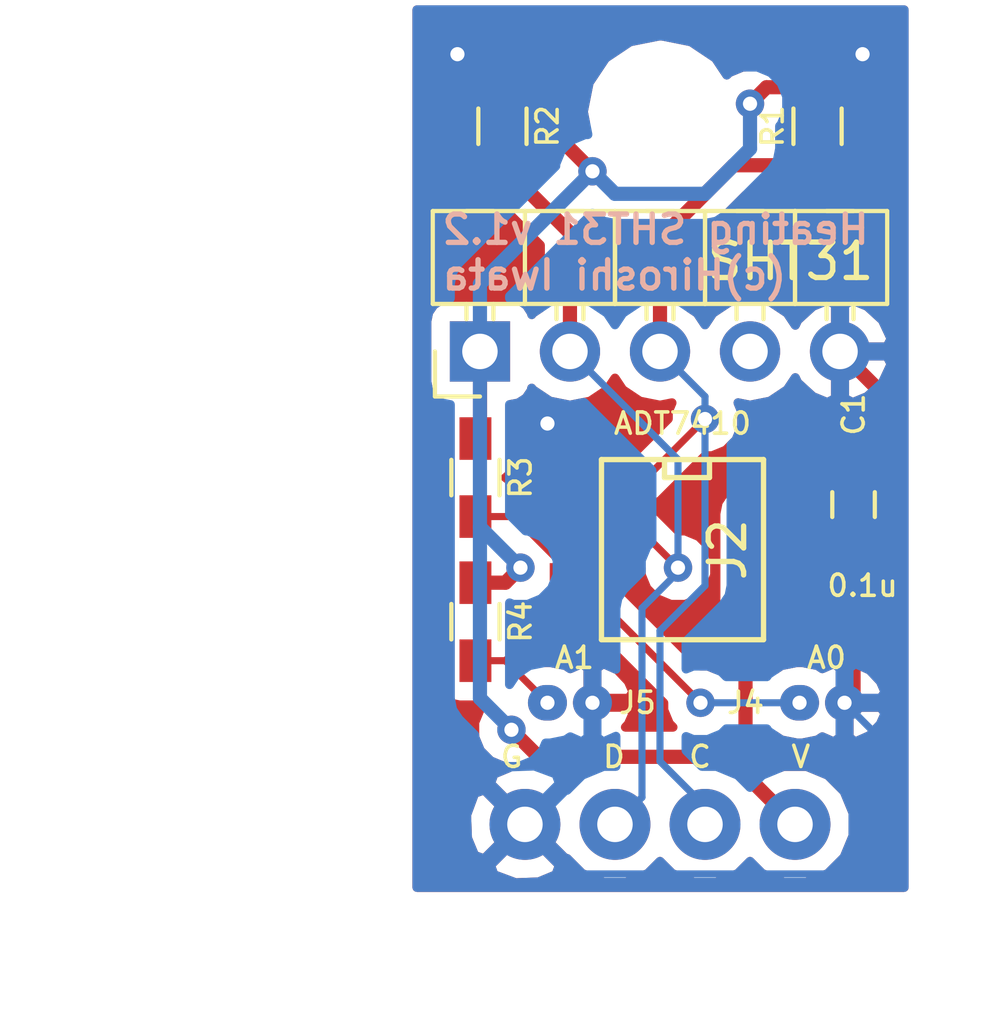
<source format=kicad_pcb>
(kicad_pcb (version 4) (host pcbnew 4.0.6)

  (general
    (links 22)
    (no_connects 0)
    (area 124.279 97 141.95 122.120001)
    (thickness 1.6)
    (drawings 4)
    (tracks 90)
    (zones 0)
    (modules 11)
    (nets 10)
  )

  (page A4)
  (layers
    (0 F.Cu signal)
    (31 B.Cu signal)
    (32 B.Adhes user)
    (33 F.Adhes user)
    (34 B.Paste user)
    (35 F.Paste user)
    (36 B.SilkS user)
    (37 F.SilkS user)
    (38 B.Mask user)
    (39 F.Mask user)
    (40 Dwgs.User user)
    (41 Cmts.User user)
    (42 Eco1.User user)
    (43 Eco2.User user)
    (44 Edge.Cuts user)
    (45 Margin user)
    (46 B.CrtYd user)
    (47 F.CrtYd user)
    (48 B.Fab user)
    (49 F.Fab user)
  )

  (setup
    (last_trace_width 0.4)
    (user_trace_width 0.2)
    (user_trace_width 0.6)
    (user_trace_width 0.8)
    (trace_clearance 0.2)
    (zone_clearance 0.508)
    (zone_45_only no)
    (trace_min 0.2)
    (segment_width 0.2)
    (edge_width 0.15)
    (via_size 0.8)
    (via_drill 0.4)
    (via_min_size 0.5)
    (via_min_drill 0.4)
    (user_via 1 0.6)
    (uvia_size 0.3)
    (uvia_drill 0.1)
    (uvias_allowed no)
    (uvia_min_size 0.2)
    (uvia_min_drill 0.1)
    (pcb_text_width 0.3)
    (pcb_text_size 1.5 1.5)
    (mod_edge_width 0.15)
    (mod_text_size 1 1)
    (mod_text_width 0.15)
    (pad_size 1 1.1)
    (pad_drill 0.4)
    (pad_to_mask_clearance 0.2)
    (aux_axis_origin 0 0)
    (grid_origin 125 122)
    (visible_elements 7FFFFFFF)
    (pcbplotparams
      (layerselection 0x010f0_80000001)
      (usegerberextensions false)
      (excludeedgelayer true)
      (linewidth 0.100000)
      (plotframeref false)
      (viasonmask false)
      (mode 1)
      (useauxorigin false)
      (hpglpennumber 1)
      (hpglpenspeed 20)
      (hpglpendiameter 15)
      (hpglpenoverlay 2)
      (psnegative false)
      (psa4output false)
      (plotreference true)
      (plotvalue true)
      (plotinvisibletext false)
      (padsonsilk false)
      (subtractmaskfromsilk false)
      (outputformat 1)
      (mirror false)
      (drillshape 0)
      (scaleselection 1)
      (outputdirectory heat-pcb/))
  )

  (net 0 "")
  (net 1 GND)
  (net 2 /SCL)
  (net 3 /SDA)
  (net 4 /A0)
  (net 5 /A1)
  (net 6 "Net-(J2-Pad5)")
  (net 7 "Net-(J2-Pad6)")
  (net 8 /ADR)
  (net 9 /VDD)

  (net_class Default "これは標準のネット クラスです。"
    (clearance 0.2)
    (trace_width 0.4)
    (via_dia 0.8)
    (via_drill 0.4)
    (uvia_dia 0.3)
    (uvia_drill 0.1)
    (add_net /A0)
    (add_net /A1)
    (add_net /ADR)
    (add_net /SCL)
    (add_net /SDA)
    (add_net /VDD)
    (add_net GND)
    (add_net "Net-(J2-Pad5)")
    (add_net "Net-(J2-Pad6)")
  )

  (module Pin_Headers:Pin_Header_Angled_1x05_Pitch2.54mm (layer F.Cu) (tedit 5A069EA1) (tstamp 5A058108)
    (at 126.905 106.76 90)
    (descr "Through hole angled pin header, 1x05, 2.54mm pitch, 6mm pin length, single row")
    (tags "Through hole angled pin header THT 1x05 2.54mm single row")
    (path /59F95AE2)
    (fp_text reference J3 (at 2.54 2.54 90) (layer Eco1.User)
      (effects (font (size 1 1) (thickness 0.15)))
    )
    (fp_text value SHT31 (at 2.54 8.763 180) (layer F.SilkS)
      (effects (font (size 1 1) (thickness 0.15)))
    )
    (fp_line (start 1.4 -1.27) (end 1.4 1.27) (layer F.Fab) (width 0.1))
    (fp_line (start 1.4 1.27) (end 3.9 1.27) (layer F.Fab) (width 0.1))
    (fp_line (start 3.9 1.27) (end 3.9 -1.27) (layer F.Fab) (width 0.1))
    (fp_line (start 3.9 -1.27) (end 1.4 -1.27) (layer F.Fab) (width 0.1))
    (fp_line (start 0 -0.32) (end 0 0.32) (layer F.Fab) (width 0.1))
    (fp_line (start 1.4 1.27) (end 1.4 3.81) (layer F.Fab) (width 0.1))
    (fp_line (start 1.4 3.81) (end 3.9 3.81) (layer F.Fab) (width 0.1))
    (fp_line (start 3.9 3.81) (end 3.9 1.27) (layer F.Fab) (width 0.1))
    (fp_line (start 3.9 1.27) (end 1.4 1.27) (layer F.Fab) (width 0.1))
    (fp_line (start 0 2.22) (end 0 2.86) (layer F.Fab) (width 0.1))
    (fp_line (start 1.4 3.81) (end 1.4 6.35) (layer F.Fab) (width 0.1))
    (fp_line (start 1.4 6.35) (end 3.9 6.35) (layer F.Fab) (width 0.1))
    (fp_line (start 3.9 6.35) (end 3.9 3.81) (layer F.Fab) (width 0.1))
    (fp_line (start 3.9 3.81) (end 1.4 3.81) (layer F.Fab) (width 0.1))
    (fp_line (start 0 4.76) (end 0 5.4) (layer F.Fab) (width 0.1))
    (fp_line (start 1.4 6.35) (end 1.4 8.89) (layer F.Fab) (width 0.1))
    (fp_line (start 1.4 8.89) (end 3.9 8.89) (layer F.Fab) (width 0.1))
    (fp_line (start 3.9 8.89) (end 3.9 6.35) (layer F.Fab) (width 0.1))
    (fp_line (start 3.9 6.35) (end 1.4 6.35) (layer F.Fab) (width 0.1))
    (fp_line (start 0 7.3) (end 0 7.94) (layer F.Fab) (width 0.1))
    (fp_line (start 1.4 8.89) (end 1.4 11.43) (layer F.Fab) (width 0.1))
    (fp_line (start 1.4 11.43) (end 3.9 11.43) (layer F.Fab) (width 0.1))
    (fp_line (start 3.9 11.43) (end 3.9 8.89) (layer F.Fab) (width 0.1))
    (fp_line (start 3.9 8.89) (end 1.4 8.89) (layer F.Fab) (width 0.1))
    (fp_line (start 0 9.84) (end 0 10.48) (layer F.Fab) (width 0.1))
    (fp_line (start 1.34 -1.33) (end 1.34 1.27) (layer F.SilkS) (width 0.12))
    (fp_line (start 1.34 1.27) (end 3.96 1.27) (layer F.SilkS) (width 0.12))
    (fp_line (start 3.96 1.27) (end 3.96 -1.33) (layer F.SilkS) (width 0.12))
    (fp_line (start 3.96 -1.33) (end 1.34 -1.33) (layer F.SilkS) (width 0.12))
    (fp_line (start 3.96 -0.38) (end 3.96 0.38) (layer F.SilkS) (width 0.12))
    (fp_line (start 0.91 -0.38) (end 1.34 -0.38) (layer F.SilkS) (width 0.12))
    (fp_line (start 0.91 0.38) (end 1.34 0.38) (layer F.SilkS) (width 0.12))
    (fp_line (start 1.34 1.27) (end 1.34 3.81) (layer F.SilkS) (width 0.12))
    (fp_line (start 1.34 3.81) (end 3.96 3.81) (layer F.SilkS) (width 0.12))
    (fp_line (start 3.96 3.81) (end 3.96 1.27) (layer F.SilkS) (width 0.12))
    (fp_line (start 3.96 1.27) (end 1.34 1.27) (layer F.SilkS) (width 0.12))
    (fp_line (start 3.96 2.16) (end 3.96 2.92) (layer F.SilkS) (width 0.12))
    (fp_line (start 0.91 2.16) (end 1.34 2.16) (layer F.SilkS) (width 0.12))
    (fp_line (start 0.91 2.92) (end 1.34 2.92) (layer F.SilkS) (width 0.12))
    (fp_line (start 1.34 3.81) (end 1.34 6.35) (layer F.SilkS) (width 0.12))
    (fp_line (start 1.34 6.35) (end 3.96 6.35) (layer F.SilkS) (width 0.12))
    (fp_line (start 3.96 6.35) (end 3.96 3.81) (layer F.SilkS) (width 0.12))
    (fp_line (start 3.96 3.81) (end 1.34 3.81) (layer F.SilkS) (width 0.12))
    (fp_line (start 3.96 4.7) (end 3.96 5.46) (layer F.SilkS) (width 0.12))
    (fp_line (start 0.91 4.7) (end 1.34 4.7) (layer F.SilkS) (width 0.12))
    (fp_line (start 0.91 5.46) (end 1.34 5.46) (layer F.SilkS) (width 0.12))
    (fp_line (start 1.34 6.35) (end 1.34 8.89) (layer F.SilkS) (width 0.12))
    (fp_line (start 1.34 8.89) (end 3.96 8.89) (layer F.SilkS) (width 0.12))
    (fp_line (start 3.96 8.89) (end 3.96 6.35) (layer F.SilkS) (width 0.12))
    (fp_line (start 3.96 6.35) (end 1.34 6.35) (layer F.SilkS) (width 0.12))
    (fp_line (start 3.96 7.24) (end 3.96 8) (layer F.SilkS) (width 0.12))
    (fp_line (start 0.91 7.24) (end 1.34 7.24) (layer F.SilkS) (width 0.12))
    (fp_line (start 0.91 8) (end 1.34 8) (layer F.SilkS) (width 0.12))
    (fp_line (start 1.34 8.89) (end 1.34 11.49) (layer F.SilkS) (width 0.12))
    (fp_line (start 1.34 11.49) (end 3.96 11.49) (layer F.SilkS) (width 0.12))
    (fp_line (start 3.96 11.49) (end 3.96 8.89) (layer F.SilkS) (width 0.12))
    (fp_line (start 3.96 8.89) (end 1.34 8.89) (layer F.SilkS) (width 0.12))
    (fp_line (start 3.96 9.78) (end 3.96 10.54) (layer F.SilkS) (width 0.12))
    (fp_line (start 0.91 9.78) (end 1.34 9.78) (layer F.SilkS) (width 0.12))
    (fp_line (start 0.91 10.54) (end 1.34 10.54) (layer F.SilkS) (width 0.12))
    (fp_line (start -1.27 0) (end -1.27 -1.27) (layer F.SilkS) (width 0.12))
    (fp_line (start -1.27 -1.27) (end 0 -1.27) (layer F.SilkS) (width 0.12))
    (fp_text user %R (at 2.54 0 90) (layer F.Fab)
      (effects (font (size 1 1) (thickness 0.15)))
    )
    (pad 1 thru_hole rect (at 0 0 90) (size 1.7 1.7) (drill 1) (layers *.Cu *.Mask)
      (net 9 /VDD))
    (pad 2 thru_hole oval (at 0 2.54 90) (size 1.7 1.7) (drill 1) (layers *.Cu *.Mask)
      (net 3 /SDA))
    (pad 3 thru_hole oval (at 0 5.08 90) (size 1.7 1.7) (drill 1) (layers *.Cu *.Mask)
      (net 2 /SCL))
    (pad 4 thru_hole oval (at 0 7.62 90) (size 1.7 1.7) (drill 1) (layers *.Cu *.Mask)
      (net 8 /ADR))
    (pad 5 thru_hole oval (at 0 10.16 90) (size 1.7 1.7) (drill 1) (layers *.Cu *.Mask)
      (net 1 GND))
    (model ${KISYS3DMOD}/Pin_Headers.3dshapes/Pin_Header_Angled_1x05_Pitch2.54mm.wrl
      (at (xyz 0 -0.2 0))
      (scale (xyz 1 1 1))
      (rotate (xyz 0 0 90))
    )
  )

  (module Pin_Headers:Pin_Header_Straight_1x02_Pitch1.27mm (layer F.Cu) (tedit 5A069F30) (tstamp 59FBFD07)
    (at 137.192 116.666 270)
    (descr "Through hole straight pin header, 1x02, 1.27mm pitch, single row")
    (tags "Through hole pin header THT 1x02 1.27mm single row")
    (path /59FBFDEB)
    (fp_text reference J4 (at 0 2.794 360) (layer F.SilkS)
      (effects (font (size 0.6 0.6) (thickness 0.1)))
    )
    (fp_text value A0 (at -1.27 0.508 360) (layer F.SilkS)
      (effects (font (size 0.6 0.6) (thickness 0.1)))
    )
    (fp_line (start -0.762 -0.762) (end -0.762 2.032) (layer F.CrtYd) (width 0.15))
    (fp_line (start -0.762 2.032) (end 0.762 2.032) (layer F.CrtYd) (width 0.15))
    (fp_line (start 0.762 2.032) (end 0.762 -0.762) (layer F.CrtYd) (width 0.15))
    (fp_line (start 0.762 -0.762) (end -0.762 -0.762) (layer F.CrtYd) (width 0.15))
    (fp_text user %R (at 0 2.794 360) (layer F.Fab)
      (effects (font (size 0.6 0.6) (thickness 0.1)))
    )
    (pad 1 thru_hole oval (at 0 0 270) (size 1 1.1) (drill 0.4) (layers *.Cu *.Mask)
      (net 1 GND))
    (pad 2 thru_hole oval (at 0 1.27 270) (size 1 1.1) (drill 0.4) (layers *.Cu *.Mask)
      (net 4 /A0))
    (model ${KISYS3DMOD}/Pin_Headers.3dshapes/Pin_Header_Straight_1x02_Pitch1.27mm.wrl
      (at (xyz 0 0 0))
      (scale (xyz 1 1 1))
      (rotate (xyz 0 0 0))
    )
  )

  (module Pin_Headers:Pin_Header_Straight_1x02_Pitch1.27mm (layer F.Cu) (tedit 5A069F28) (tstamp 59FBFD0D)
    (at 130.08 116.666 270)
    (descr "Through hole straight pin header, 1x02, 1.27mm pitch, single row")
    (tags "Through hole pin header THT 1x02 1.27mm single row")
    (path /59FBFC19)
    (fp_text reference J5 (at 0 -1.27 360) (layer F.SilkS)
      (effects (font (size 0.6 0.6) (thickness 0.1)))
    )
    (fp_text value A1 (at -1.27 0.508 360) (layer F.SilkS)
      (effects (font (size 0.6 0.6) (thickness 0.1)))
    )
    (fp_line (start -0.635 -0.762) (end 0.635 -0.762) (layer F.CrtYd) (width 0.15))
    (fp_line (start 0.635 -0.762) (end 0.635 1.905) (layer F.CrtYd) (width 0.15))
    (fp_line (start 0.635 1.905) (end 0.635 2.032) (layer F.CrtYd) (width 0.15))
    (fp_line (start 0.635 2.032) (end -0.635 2.032) (layer F.CrtYd) (width 0.15))
    (fp_line (start -0.635 2.032) (end -0.635 1.905) (layer F.CrtYd) (width 0.15))
    (fp_line (start -0.635 1.905) (end -0.635 -0.762) (layer F.CrtYd) (width 0.15))
    (fp_text user %R (at 0 -1.27 360) (layer F.Fab)
      (effects (font (size 0.6 0.6) (thickness 0.1)))
    )
    (pad 1 thru_hole oval (at 0 0 270) (size 1 1.1) (drill 0.4) (layers *.Cu *.Mask)
      (net 1 GND))
    (pad 2 thru_hole oval (at 0 1.27 270) (size 1 1.1) (drill 0.4) (layers *.Cu *.Mask)
      (net 5 /A1))
    (model ${KISYS3DMOD}/Pin_Headers.3dshapes/Pin_Header_Straight_1x02_Pitch1.27mm.wrl
      (at (xyz 0 0 0))
      (scale (xyz 1 1 1))
      (rotate (xyz 0 0 0))
    )
  )

  (module Pin_Headers:Pin_Header_Straight_1x04_Pitch2.54mm (layer F.Cu) (tedit 5A058D6F) (tstamp 59FC19C5)
    (at 135.795 120.095 270)
    (descr "Through hole straight pin header, 1x04, 2.54mm pitch, single row")
    (tags "Through hole pin header THT 1x04 2.54mm single row")
    (path /59F95F2B)
    (fp_text reference J1 (at 0 -2.33 270) (layer Eco1.User)
      (effects (font (size 1 1) (thickness 0.15)))
    )
    (fp_text value "" (at 0 -5.08 270) (layer F.SilkS)
      (effects (font (size 1 1) (thickness 0.15)))
    )
    (fp_line (start -1.27 -1.27) (end -1.27 8.89) (layer F.Fab) (width 0.1))
    (fp_line (start -1.27 8.89) (end 1.27 8.89) (layer F.Fab) (width 0.1))
    (fp_line (start 1.27 8.89) (end 1.27 -1.27) (layer F.Fab) (width 0.1))
    (fp_line (start 1.27 -1.27) (end -1.27 -1.27) (layer F.Fab) (width 0.1))
    (fp_line (start -1.8 -1.8) (end -1.8 9.4) (layer F.CrtYd) (width 0.05))
    (fp_line (start -1.8 9.4) (end 1.8 9.4) (layer F.CrtYd) (width 0.05))
    (fp_line (start 1.8 9.4) (end 1.8 -1.8) (layer F.CrtYd) (width 0.05))
    (fp_line (start 1.8 -1.8) (end -1.8 -1.8) (layer F.CrtYd) (width 0.05))
    (fp_text user %R (at 0 -2.33 270) (layer F.Fab)
      (effects (font (size 1 1) (thickness 0.15)))
    )
    (pad 1 thru_hole circle (at 0 0 270) (size 2 2) (drill 1) (layers *.Cu *.Mask)
      (net 9 /VDD))
    (pad 2 thru_hole circle (at 0 2.54 270) (size 2 2) (drill 1) (layers *.Cu *.Mask)
      (net 2 /SCL))
    (pad 3 thru_hole circle (at 0 5.08 270) (size 2 2) (drill 1) (layers *.Cu *.Mask)
      (net 3 /SDA))
    (pad 4 thru_hole circle (at 0 7.62 270) (size 2 2) (drill 1) (layers *.Cu *.Mask)
      (net 1 GND))
    (model ${KISYS3DMOD}/Pin_Headers.3dshapes/Pin_Header_Straight_1x04_Pitch2.54mm.wrl
      (at (xyz 0 -0.15 0))
      (scale (xyz 1 1 1))
      (rotate (xyz 0 0 90))
    )
  )

  (module Capacitors_SMD:C_0603_HandSoldering (layer F.Cu) (tedit 5A069F11) (tstamp 59FD7B4C)
    (at 137.446 111.078 270)
    (descr "Capacitor SMD 0603, hand soldering")
    (tags "capacitor 0603")
    (path /59FAC2E0)
    (attr smd)
    (fp_text reference C1 (at -2.54 0 270) (layer F.SilkS)
      (effects (font (size 0.6 0.6) (thickness 0.1)))
    )
    (fp_text value 0.1u (at 2.286 -0.254 360) (layer F.SilkS)
      (effects (font (size 0.6 0.6) (thickness 0.1)))
    )
    (fp_text user %R (at -2.54 0 270) (layer F.Fab)
      (effects (font (size 0.6 0.6) (thickness 0.1)))
    )
    (fp_line (start -0.8 0.4) (end -0.8 -0.4) (layer F.Fab) (width 0.1))
    (fp_line (start 0.8 0.4) (end -0.8 0.4) (layer F.Fab) (width 0.1))
    (fp_line (start 0.8 -0.4) (end 0.8 0.4) (layer F.Fab) (width 0.1))
    (fp_line (start -0.8 -0.4) (end 0.8 -0.4) (layer F.Fab) (width 0.1))
    (fp_line (start -0.35 -0.6) (end 0.35 -0.6) (layer F.SilkS) (width 0.12))
    (fp_line (start 0.35 0.6) (end -0.35 0.6) (layer F.SilkS) (width 0.12))
    (fp_line (start -1.8 -0.65) (end 1.8 -0.65) (layer F.CrtYd) (width 0.05))
    (fp_line (start -1.8 -0.65) (end -1.8 0.65) (layer F.CrtYd) (width 0.05))
    (fp_line (start 1.8 0.65) (end 1.8 -0.65) (layer F.CrtYd) (width 0.05))
    (fp_line (start 1.8 0.65) (end -1.8 0.65) (layer F.CrtYd) (width 0.05))
    (pad 1 smd rect (at -0.95 0 270) (size 1.2 0.75) (layers F.Cu F.Paste F.Mask)
      (net 9 /VDD))
    (pad 2 smd rect (at 0.95 0 270) (size 1.2 0.75) (layers F.Cu F.Paste F.Mask)
      (net 1 GND))
    (model Capacitors_SMD.3dshapes/C_0603.wrl
      (at (xyz 0 0 0))
      (scale (xyz 1 1 1))
      (rotate (xyz 0 0 0))
    )
  )

  (module MY_VIA:VIA_M3 (layer F.Cu) (tedit 5A069839) (tstamp 5A0031BD)
    (at 132 100)
    (fp_text reference "" (at 3.97 0.41) (layer F.Fab)
      (effects (font (size 1.2 1.2) (thickness 0.15)))
    )
    (fp_text value "" (at 5.24 -1.495) (layer Eco1.User)
      (effects (font (size 1.2 1.2) (thickness 0.15)))
    )
    (pad "" np_thru_hole oval (at 0 0) (size 3 3) (drill 3) (layers *.Cu *.Mask))
  )

  (module Resistors_SMD:R_0603_HandSoldering (layer F.Cu) (tedit 5A069BC2) (tstamp 59FBFD13)
    (at 126.778 110.316 270)
    (descr "Resistor SMD 0603, hand soldering")
    (tags "resistor 0603")
    (path /59FC0037)
    (attr smd)
    (fp_text reference R3 (at 0 -1.27 270) (layer F.SilkS)
      (effects (font (size 0.6 0.6) (thickness 0.1)))
    )
    (fp_text value 10k (at 0.254 1.524 270) (layer Eco1.User)
      (effects (font (size 1 1) (thickness 0.15)))
    )
    (fp_text user %R (at 0 0 270) (layer F.Fab)
      (effects (font (size 0.5 0.5) (thickness 0.075)))
    )
    (fp_line (start -0.8 0.4) (end -0.8 -0.4) (layer F.Fab) (width 0.1))
    (fp_line (start 0.8 0.4) (end -0.8 0.4) (layer F.Fab) (width 0.1))
    (fp_line (start 0.8 -0.4) (end 0.8 0.4) (layer F.Fab) (width 0.1))
    (fp_line (start -0.8 -0.4) (end 0.8 -0.4) (layer F.Fab) (width 0.1))
    (fp_line (start 0.5 0.68) (end -0.5 0.68) (layer F.SilkS) (width 0.12))
    (fp_line (start -0.5 -0.68) (end 0.5 -0.68) (layer F.SilkS) (width 0.12))
    (fp_line (start -1.96 -0.7) (end 1.95 -0.7) (layer F.CrtYd) (width 0.05))
    (fp_line (start -1.96 -0.7) (end -1.96 0.7) (layer F.CrtYd) (width 0.05))
    (fp_line (start 1.95 0.7) (end 1.95 -0.7) (layer F.CrtYd) (width 0.05))
    (fp_line (start 1.95 0.7) (end -1.96 0.7) (layer F.CrtYd) (width 0.05))
    (pad 1 smd rect (at -1.1 0 270) (size 1.2 0.9) (layers F.Cu F.Paste F.Mask)
      (net 9 /VDD))
    (pad 2 smd rect (at 1.1 0 270) (size 1.2 0.9) (layers F.Cu F.Paste F.Mask)
      (net 4 /A0))
    (model ${KISYS3DMOD}/Resistors_SMD.3dshapes/R_0603.wrl
      (at (xyz 0 0 0))
      (scale (xyz 1 1 1))
      (rotate (xyz 0 0 0))
    )
  )

  (module Resistors_SMD:R_0603_HandSoldering (layer F.Cu) (tedit 5A069BD1) (tstamp 59FBFD19)
    (at 126.778 114.38 270)
    (descr "Resistor SMD 0603, hand soldering")
    (tags "resistor 0603")
    (path /59FBFF21)
    (attr smd)
    (fp_text reference R4 (at 0 -1.27 270) (layer F.SilkS)
      (effects (font (size 0.6 0.6) (thickness 0.1)))
    )
    (fp_text value 10k (at 0.254 1.524 270) (layer Eco1.User)
      (effects (font (size 1 1) (thickness 0.15)))
    )
    (fp_text user %R (at 0 0 270) (layer F.Fab)
      (effects (font (size 0.5 0.5) (thickness 0.075)))
    )
    (fp_line (start -0.8 0.4) (end -0.8 -0.4) (layer F.Fab) (width 0.1))
    (fp_line (start 0.8 0.4) (end -0.8 0.4) (layer F.Fab) (width 0.1))
    (fp_line (start 0.8 -0.4) (end 0.8 0.4) (layer F.Fab) (width 0.1))
    (fp_line (start -0.8 -0.4) (end 0.8 -0.4) (layer F.Fab) (width 0.1))
    (fp_line (start 0.5 0.68) (end -0.5 0.68) (layer F.SilkS) (width 0.12))
    (fp_line (start -0.5 -0.68) (end 0.5 -0.68) (layer F.SilkS) (width 0.12))
    (fp_line (start -1.96 -0.7) (end 1.95 -0.7) (layer F.CrtYd) (width 0.05))
    (fp_line (start -1.96 -0.7) (end -1.96 0.7) (layer F.CrtYd) (width 0.05))
    (fp_line (start 1.95 0.7) (end 1.95 -0.7) (layer F.CrtYd) (width 0.05))
    (fp_line (start 1.95 0.7) (end -1.96 0.7) (layer F.CrtYd) (width 0.05))
    (pad 1 smd rect (at -1.1 0 270) (size 1.2 0.9) (layers F.Cu F.Paste F.Mask)
      (net 9 /VDD))
    (pad 2 smd rect (at 1.1 0 270) (size 1.2 0.9) (layers F.Cu F.Paste F.Mask)
      (net 5 /A1))
    (model ${KISYS3DMOD}/Resistors_SMD.3dshapes/R_0603.wrl
      (at (xyz 0 0 0))
      (scale (xyz 1 1 1))
      (rotate (xyz 0 0 0))
    )
  )

  (module Resistors_SMD:R_0603_HandSoldering (layer F.Cu) (tedit 5A069ED7) (tstamp 59FC19F8)
    (at 136.43 100.41 270)
    (descr "Resistor SMD 0603, hand soldering")
    (tags "resistor 0603")
    (path /59FAC40F)
    (attr smd)
    (fp_text reference R1 (at 0 1.27 270) (layer F.SilkS)
      (effects (font (size 0.6 0.6) (thickness 0.1)))
    )
    (fp_text value 10k (at 0 -1.524 270) (layer Eco1.User)
      (effects (font (size 1 1) (thickness 0.15)))
    )
    (fp_text user %R (at 0 0 270) (layer F.Fab)
      (effects (font (size 0.5 0.5) (thickness 0.075)))
    )
    (fp_line (start -0.8 0.4) (end -0.8 -0.4) (layer F.Fab) (width 0.1))
    (fp_line (start 0.8 0.4) (end -0.8 0.4) (layer F.Fab) (width 0.1))
    (fp_line (start 0.8 -0.4) (end 0.8 0.4) (layer F.Fab) (width 0.1))
    (fp_line (start -0.8 -0.4) (end 0.8 -0.4) (layer F.Fab) (width 0.1))
    (fp_line (start 0.5 0.68) (end -0.5 0.68) (layer F.SilkS) (width 0.12))
    (fp_line (start -0.5 -0.68) (end 0.5 -0.68) (layer F.SilkS) (width 0.12))
    (fp_line (start -1.96 -0.7) (end 1.95 -0.7) (layer F.CrtYd) (width 0.05))
    (fp_line (start -1.96 -0.7) (end -1.96 0.7) (layer F.CrtYd) (width 0.05))
    (fp_line (start 1.95 0.7) (end 1.95 -0.7) (layer F.CrtYd) (width 0.05))
    (fp_line (start 1.95 0.7) (end -1.96 0.7) (layer F.CrtYd) (width 0.05))
    (pad 1 smd rect (at -1.1 0 270) (size 1.2 0.9) (layers F.Cu F.Paste F.Mask)
      (net 9 /VDD))
    (pad 2 smd rect (at 1.1 0 270) (size 1.2 0.9) (layers F.Cu F.Paste F.Mask)
      (net 2 /SCL))
    (model ${KISYS3DMOD}/Resistors_SMD.3dshapes/R_0603.wrl
      (at (xyz 0 0 0))
      (scale (xyz 1 1 1))
      (rotate (xyz 0 0 0))
    )
  )

  (module Resistors_SMD:R_0603_HandSoldering (layer F.Cu) (tedit 5A069EBE) (tstamp 59FC19FE)
    (at 127.54 100.41 270)
    (descr "Resistor SMD 0603, hand soldering")
    (tags "resistor 0603")
    (path /59FAC4D0)
    (attr smd)
    (fp_text reference R2 (at 0 -1.27 270) (layer F.SilkS)
      (effects (font (size 0.6 0.6) (thickness 0.1)))
    )
    (fp_text value 10k (at 0 1.524 270) (layer Eco1.User)
      (effects (font (size 1 1) (thickness 0.15)))
    )
    (fp_text user %R (at 0 0 270) (layer F.Fab)
      (effects (font (size 0.5 0.5) (thickness 0.075)))
    )
    (fp_line (start -0.8 0.4) (end -0.8 -0.4) (layer F.Fab) (width 0.1))
    (fp_line (start 0.8 0.4) (end -0.8 0.4) (layer F.Fab) (width 0.1))
    (fp_line (start 0.8 -0.4) (end 0.8 0.4) (layer F.Fab) (width 0.1))
    (fp_line (start -0.8 -0.4) (end 0.8 -0.4) (layer F.Fab) (width 0.1))
    (fp_line (start 0.5 0.68) (end -0.5 0.68) (layer F.SilkS) (width 0.12))
    (fp_line (start -0.5 -0.68) (end 0.5 -0.68) (layer F.SilkS) (width 0.12))
    (fp_line (start -1.96 -0.7) (end 1.95 -0.7) (layer F.CrtYd) (width 0.05))
    (fp_line (start -1.96 -0.7) (end -1.96 0.7) (layer F.CrtYd) (width 0.05))
    (fp_line (start 1.95 0.7) (end 1.95 -0.7) (layer F.CrtYd) (width 0.05))
    (fp_line (start 1.95 0.7) (end -1.96 0.7) (layer F.CrtYd) (width 0.05))
    (pad 1 smd rect (at -1.1 0 270) (size 1.2 0.9) (layers F.Cu F.Paste F.Mask)
      (net 9 /VDD))
    (pad 2 smd rect (at 1.1 0 270) (size 1.2 0.9) (layers F.Cu F.Paste F.Mask)
      (net 3 /SDA))
    (model ${KISYS3DMOD}/Resistors_SMD.3dshapes/R_0603.wrl
      (at (xyz 0 0 0))
      (scale (xyz 1 1 1))
      (rotate (xyz 0 0 0))
    )
  )

  (module SMD_Packages:SOIC-8-N (layer F.Cu) (tedit 5A0696FB) (tstamp 59FAC2C1)
    (at 132.62 112.348 270)
    (descr "Module Narrow CMS SOJ 8 pins large")
    (tags "CMS SOJ")
    (path /59F95C85)
    (attr smd)
    (fp_text reference J2 (at 0 -1.27 270) (layer F.SilkS)
      (effects (font (size 1 1) (thickness 0.15)))
    )
    (fp_text value ADT7410 (at -3.556 0 360) (layer F.SilkS)
      (effects (font (size 0.6 0.6) (thickness 0.1)))
    )
    (fp_line (start -2.54 -2.286) (end 2.54 -2.286) (layer F.SilkS) (width 0.15))
    (fp_line (start 2.54 -2.286) (end 2.54 2.286) (layer F.SilkS) (width 0.15))
    (fp_line (start 2.54 2.286) (end -2.54 2.286) (layer F.SilkS) (width 0.15))
    (fp_line (start -2.54 2.286) (end -2.54 -2.286) (layer F.SilkS) (width 0.15))
    (fp_line (start -2.54 -0.762) (end -2.032 -0.762) (layer F.SilkS) (width 0.15))
    (fp_line (start -2.032 -0.762) (end -2.032 0.508) (layer F.SilkS) (width 0.15))
    (fp_line (start -2.032 0.508) (end -2.54 0.508) (layer F.SilkS) (width 0.15))
    (pad 8 smd rect (at -1.905 -3.175 270) (size 0.508 1.143) (layers F.Cu F.Paste F.Mask)
      (net 9 /VDD))
    (pad 7 smd rect (at -0.635 -3.175 270) (size 0.508 1.143) (layers F.Cu F.Paste F.Mask)
      (net 1 GND))
    (pad 6 smd rect (at 0.635 -3.175 270) (size 0.508 1.143) (layers F.Cu F.Paste F.Mask)
      (net 7 "Net-(J2-Pad6)"))
    (pad 5 smd rect (at 1.905 -3.175 270) (size 0.508 1.143) (layers F.Cu F.Paste F.Mask)
      (net 6 "Net-(J2-Pad5)"))
    (pad 4 smd rect (at 1.905 3.175 270) (size 0.508 1.143) (layers F.Cu F.Paste F.Mask)
      (net 5 /A1))
    (pad 3 smd rect (at 0.635 3.175 270) (size 0.508 1.143) (layers F.Cu F.Paste F.Mask)
      (net 4 /A0))
    (pad 2 smd rect (at -0.635 3.175 270) (size 0.508 1.143) (layers F.Cu F.Paste F.Mask)
      (net 3 /SDA))
    (pad 1 smd rect (at -1.905 3.175 270) (size 0.508 1.143) (layers F.Cu F.Paste F.Mask)
      (net 2 /SCL))
    (model SMD_Packages.3dshapes/SOIC-8-N.wrl
      (at (xyz 0 0 0))
      (scale (xyz 0.5 0.38 0.5))
      (rotate (xyz 0 0 0))
    )
  )

  (dimension 25 (width 0.3) (layer Dwgs.User)
    (gr_text "25.000 mm" (at 119.65 109.5 90) (layer Dwgs.User)
      (effects (font (size 1.5 1.5) (thickness 0.3)))
    )
    (feature1 (pts (xy 125 97) (xy 118.3 97)))
    (feature2 (pts (xy 125 122) (xy 118.3 122)))
    (crossbar (pts (xy 121 122) (xy 121 97)))
    (arrow1a (pts (xy 121 97) (xy 121.586421 98.126504)))
    (arrow1b (pts (xy 121 97) (xy 120.413579 98.126504)))
    (arrow2a (pts (xy 121 122) (xy 121.586421 120.873496)))
    (arrow2b (pts (xy 121 122) (xy 120.413579 120.873496)))
  )
  (dimension 14 (width 0.3) (layer Dwgs.User)
    (gr_text "14.000 mm" (at 132 126.35) (layer Dwgs.User)
      (effects (font (size 1.5 1.5) (thickness 0.3)))
    )
    (feature1 (pts (xy 139 122) (xy 139 127.7)))
    (feature2 (pts (xy 125 122) (xy 125 127.7)))
    (crossbar (pts (xy 125 125) (xy 139 125)))
    (arrow1a (pts (xy 139 125) (xy 137.873496 125.586421)))
    (arrow1b (pts (xy 139 125) (xy 137.873496 124.413579)))
    (arrow2a (pts (xy 125 125) (xy 126.126504 125.586421)))
    (arrow2b (pts (xy 125 125) (xy 126.126504 124.413579)))
  )
  (gr_text "Heating SHT31 v1.2\n(c)Hiroshi Iwata" (at 125.762 103.966) (layer B.SilkS)
    (effects (font (size 0.8 0.8) (thickness 0.15)) (justify right mirror))
  )
  (gr_text "G     D    C     V" (at 131.858 118.19) (layer F.SilkS)
    (effects (font (size 0.6 0.6) (thickness 0.1)))
  )

  (segment (start 137.065 106.76) (end 137.065 105.109) (width 0.2) (layer F.Cu) (net 1))
  (via (at 126.27 98.378) (size 0.8) (drill 0.4) (layers F.Cu B.Cu) (net 1))
  (segment (start 126.778 97.87) (end 126.27 98.378) (width 0.2) (layer B.Cu) (net 1) (tstamp 5A0EDBC3))
  (segment (start 137.192 97.87) (end 126.778 97.87) (width 0.2) (layer B.Cu) (net 1) (tstamp 5A0EDBC2))
  (segment (start 137.7 98.378) (end 137.192 97.87) (width 0.2) (layer B.Cu) (net 1) (tstamp 5A0EDBC1))
  (via (at 137.7 98.378) (size 0.8) (drill 0.4) (layers F.Cu B.Cu) (net 1))
  (segment (start 137.7 104.474) (end 137.7 98.378) (width 0.2) (layer F.Cu) (net 1) (tstamp 5A0EDBBF))
  (segment (start 137.065 105.109) (end 137.7 104.474) (width 0.2) (layer F.Cu) (net 1) (tstamp 5A0EDBBD))
  (segment (start 130.08 116.666) (end 130.08 110.062) (width 0.2) (layer B.Cu) (net 1))
  (via (at 128.81 108.792) (size 0.8) (drill 0.4) (layers F.Cu B.Cu) (net 1))
  (segment (start 130.08 110.062) (end 128.81 108.792) (width 0.2) (layer B.Cu) (net 1) (tstamp 5A0EDBB8))
  (segment (start 128.175 120.095) (end 129.572 121.492) (width 0.2) (layer B.Cu) (net 1))
  (segment (start 138.462 117.936) (end 137.192 116.666) (width 0.2) (layer B.Cu) (net 1) (tstamp 5A0EDBB4))
  (segment (start 138.462 120.476) (end 138.462 117.936) (width 0.2) (layer B.Cu) (net 1) (tstamp 5A0EDBB2))
  (segment (start 137.446 121.492) (end 138.462 120.476) (width 0.2) (layer B.Cu) (net 1) (tstamp 5A0EDBB1))
  (segment (start 129.572 121.492) (end 137.446 121.492) (width 0.2) (layer B.Cu) (net 1) (tstamp 5A0EDBB0))
  (segment (start 137.446 112.028) (end 137.446 116.412) (width 0.4) (layer F.Cu) (net 1))
  (segment (start 137.446 116.412) (end 137.192 116.666) (width 0.4) (layer F.Cu) (net 1) (tstamp 5A0EDBAC))
  (segment (start 130.08 116.666) (end 130.08 118.19) (width 0.4) (layer B.Cu) (net 1))
  (segment (start 130.08 118.19) (end 128.175 120.095) (width 0.4) (layer B.Cu) (net 1) (tstamp 5A0ED9BD))
  (segment (start 135.795 111.713) (end 137.131 111.713) (width 0.8) (layer F.Cu) (net 1))
  (segment (start 137.131 111.713) (end 137.446 112.028) (width 0.8) (layer F.Cu) (net 1) (tstamp 5A0ED8E2))
  (segment (start 137.446 112.028) (end 137.512 112.028) (width 0.4) (layer F.Cu) (net 1))
  (segment (start 137.512 112.028) (end 138.335 111.205) (width 0.4) (layer F.Cu) (net 1) (tstamp 5A0ED8D4))
  (segment (start 138.335 111.205) (end 138.335 108.03) (width 0.4) (layer F.Cu) (net 1) (tstamp 5A0ED8D5))
  (segment (start 138.335 108.03) (end 137.065 106.76) (width 0.4) (layer F.Cu) (net 1) (tstamp 5A0ED8D6))
  (segment (start 133.255 120.095) (end 133.255 119.587) (width 0.2) (layer B.Cu) (net 2))
  (segment (start 133.255 119.587) (end 131.985 118.317) (width 0.2) (layer B.Cu) (net 2) (tstamp 5A0EDB9C))
  (segment (start 131.985 114.634) (end 133.255 113.364) (width 0.2) (layer B.Cu) (net 2) (tstamp 5A0EDB9F))
  (segment (start 131.985 118.317) (end 131.985 114.634) (width 0.2) (layer B.Cu) (net 2) (tstamp 5A0EDB9D))
  (segment (start 129.445 110.443) (end 131.477 110.443) (width 0.2) (layer F.Cu) (net 2))
  (via (at 133.255 108.665) (size 0.8) (drill 0.4) (layers F.Cu B.Cu) (net 2))
  (segment (start 131.477 110.443) (end 133.255 108.665) (width 0.2) (layer F.Cu) (net 2) (tstamp 5A0ED8EE))
  (segment (start 131.985 106.76) (end 131.985 103.585) (width 0.4) (layer F.Cu) (net 2))
  (segment (start 134.06 101.51) (end 136.43 101.51) (width 0.4) (layer F.Cu) (net 2) (tstamp 5A0ED8AE))
  (segment (start 131.985 103.585) (end 134.06 101.51) (width 0.4) (layer F.Cu) (net 2) (tstamp 5A0ED8AC))
  (segment (start 133.255 113.364) (end 133.255 108.665) (width 0.2) (layer B.Cu) (net 2) (tstamp 5A0EDBA3))
  (segment (start 133.255 108.665) (end 133.255 108.03) (width 0.2) (layer B.Cu) (net 2) (tstamp 5A0ED8F5))
  (segment (start 133.255 108.03) (end 131.985 106.76) (width 0.2) (layer B.Cu) (net 2) (tstamp 5A0ED7F8))
  (segment (start 132.493 112.856) (end 132.493 112.983) (width 0.2) (layer B.Cu) (net 3))
  (segment (start 131.477 113.999) (end 131.477 119.333) (width 0.2) (layer B.Cu) (net 3) (tstamp 5A0EDB96))
  (segment (start 132.493 112.983) (end 131.477 113.999) (width 0.2) (layer B.Cu) (net 3) (tstamp 5A0EDB95))
  (segment (start 132.493 112.856) (end 132.493 109.808) (width 0.2) (layer B.Cu) (net 3))
  (segment (start 132.493 109.808) (end 129.445 106.76) (width 0.2) (layer B.Cu) (net 3) (tstamp 5A0ED919))
  (segment (start 130.715 120.095) (end 131.477 119.333) (width 0.2) (layer B.Cu) (net 3))
  (segment (start 129.445 111.713) (end 131.35 111.713) (width 0.2) (layer F.Cu) (net 3))
  (segment (start 131.35 111.713) (end 132.493 112.856) (width 0.2) (layer F.Cu) (net 3) (tstamp 5A0ED902))
  (via (at 132.493 112.856) (size 0.8) (drill 0.4) (layers F.Cu B.Cu) (net 3))
  (segment (start 129.445 106.76) (end 129.445 103.415) (width 0.4) (layer F.Cu) (net 3))
  (segment (start 129.445 103.415) (end 127.54 101.51) (width 0.4) (layer F.Cu) (net 3) (tstamp 5A0ED8A8))
  (segment (start 135.922 116.666) (end 133.128 116.666) (width 0.2) (layer B.Cu) (net 4))
  (segment (start 133.128 116.666) (end 129.445 112.983) (width 0.2) (layer F.Cu) (net 4) (tstamp 5A0EDBA9))
  (via (at 133.128 116.666) (size 0.8) (drill 0.4) (layers F.Cu B.Cu) (net 4))
  (segment (start 126.778 111.416) (end 127.878 111.416) (width 0.2) (layer F.Cu) (net 4))
  (segment (start 127.878 111.416) (end 129.445 112.983) (width 0.2) (layer F.Cu) (net 4) (tstamp 5A0ED9B8))
  (segment (start 129.445 114.253) (end 128.851 114.253) (width 0.2) (layer F.Cu) (net 5))
  (segment (start 128.851 114.253) (end 127.624 115.48) (width 0.2) (layer F.Cu) (net 5) (tstamp 5A0ED9B5))
  (segment (start 126.778 115.48) (end 127.624 115.48) (width 0.2) (layer F.Cu) (net 5))
  (segment (start 127.624 115.48) (end 128.81 116.666) (width 0.2) (layer F.Cu) (net 5) (tstamp 5A0ED9B1))
  (segment (start 134.398 111.332) (end 134.398 117.682) (width 0.4) (layer F.Cu) (net 9))
  (segment (start 134.398 117.682) (end 133.89 118.19) (width 0.4) (layer F.Cu) (net 9) (tstamp 5A0EDB72))
  (segment (start 133.89 118.19) (end 128.556 118.19) (width 0.4) (layer F.Cu) (net 9))
  (segment (start 128.556 118.19) (end 127.794 117.428) (width 0.4) (layer F.Cu) (net 9) (tstamp 5A0EDB68))
  (via (at 127.794 117.428) (size 0.8) (drill 0.4) (layers F.Cu B.Cu) (net 9))
  (segment (start 127.794 117.428) (end 126.905 116.539) (width 0.4) (layer B.Cu) (net 9) (tstamp 5A0EDB6B))
  (segment (start 126.905 116.539) (end 126.905 111.713) (width 0.4) (layer B.Cu) (net 9) (tstamp 5A0EDB6C))
  (segment (start 126.905 106.76) (end 126.905 109.089) (width 0.4) (layer F.Cu) (net 9))
  (segment (start 126.905 109.089) (end 126.778 109.216) (width 0.4) (layer F.Cu) (net 9) (tstamp 5A0EDB65))
  (segment (start 126.778 113.28) (end 127.624 113.28) (width 0.4) (layer F.Cu) (net 9))
  (segment (start 127.624 113.28) (end 128.048 112.856) (width 0.4) (layer F.Cu) (net 9) (tstamp 5A0EDB5F))
  (via (at 128.048 112.856) (size 0.8) (drill 0.4) (layers F.Cu B.Cu) (net 9))
  (segment (start 128.048 112.856) (end 126.905 111.713) (width 0.4) (layer B.Cu) (net 9) (tstamp 5A0EDB61))
  (segment (start 126.905 111.713) (end 126.905 106.76) (width 0.4) (layer B.Cu) (net 9) (tstamp 5A0EDB62))
  (segment (start 135.795 110.443) (end 135.287 110.443) (width 0.4) (layer F.Cu) (net 9))
  (segment (start 135.287 110.443) (end 134.398 111.332) (width 0.4) (layer F.Cu) (net 9) (tstamp 5A0ED8E5))
  (segment (start 133.89 118.19) (end 135.795 120.095) (width 0.4) (layer F.Cu) (net 9) (tstamp 5A0ED8E7))
  (segment (start 135.795 110.443) (end 137.131 110.443) (width 0.8) (layer F.Cu) (net 9))
  (segment (start 137.131 110.443) (end 137.446 110.128) (width 0.8) (layer F.Cu) (net 9) (tstamp 5A0ED8DF))
  (segment (start 126.905 106.76) (end 126.905 104.855) (width 0.4) (layer B.Cu) (net 9))
  (segment (start 126.905 104.855) (end 130.08 101.68) (width 0.4) (layer B.Cu) (net 9) (tstamp 5A0ED8CD))
  (segment (start 127.54 99.31) (end 127.71 99.31) (width 0.4) (layer F.Cu) (net 9))
  (segment (start 127.71 99.31) (end 130.08 101.68) (width 0.4) (layer F.Cu) (net 9) (tstamp 5A0ED8C1))
  (via (at 130.08 101.68) (size 0.8) (drill 0.4) (layers F.Cu B.Cu) (net 9))
  (segment (start 130.08 101.68) (end 130.715 102.315) (width 0.4) (layer B.Cu) (net 9) (tstamp 5A0ED8C3))
  (segment (start 130.715 102.315) (end 133.255 102.315) (width 0.4) (layer B.Cu) (net 9) (tstamp 5A0ED8C4))
  (segment (start 133.255 102.315) (end 134.525 101.045) (width 0.4) (layer B.Cu) (net 9) (tstamp 5A0ED8C5))
  (segment (start 134.525 101.045) (end 134.525 99.775) (width 0.4) (layer B.Cu) (net 9) (tstamp 5A0ED8C6))
  (via (at 134.525 99.775) (size 0.8) (drill 0.4) (layers F.Cu B.Cu) (net 9))
  (segment (start 134.525 99.775) (end 134.99 99.31) (width 0.4) (layer F.Cu) (net 9) (tstamp 5A0ED8C8))
  (segment (start 134.99 99.31) (end 136.43 99.31) (width 0.4) (layer F.Cu) (net 9) (tstamp 5A0ED8C9))

  (zone (net 1) (net_name GND) (layer F.Cu) (tstamp 5A0588EC) (hatch edge 0.508)
    (connect_pads (clearance 0.508))
    (min_thickness 0.254)
    (fill yes (arc_segments 16) (thermal_gap 0.508) (thermal_bridge_width 0.508))
    (polygon
      (pts
        (xy 125 122) (xy 139 122) (xy 139 97) (xy 125 97)
      )
    )
    (filled_polygon
      (pts
        (xy 138.873 121.873) (xy 125.127 121.873) (xy 125.127 121.247532) (xy 127.202073 121.247532) (xy 127.300736 121.514387)
        (xy 127.910461 121.740908) (xy 128.56046 121.716856) (xy 129.049264 121.514387) (xy 129.147927 121.247532) (xy 128.175 120.274605)
        (xy 127.202073 121.247532) (xy 125.127 121.247532) (xy 125.127 119.830461) (xy 126.529092 119.830461) (xy 126.553144 120.48046)
        (xy 126.755613 120.969264) (xy 127.022468 121.067927) (xy 127.995395 120.095) (xy 127.022468 119.122073) (xy 126.755613 119.220736)
        (xy 126.529092 119.830461) (xy 125.127 119.830461) (xy 125.127 105.91) (xy 125.40756 105.91) (xy 125.40756 107.61)
        (xy 125.451838 107.845317) (xy 125.59091 108.061441) (xy 125.80311 108.206431) (xy 125.834907 108.21287) (xy 125.731569 108.36411)
        (xy 125.68056 108.616) (xy 125.68056 109.816) (xy 125.724838 110.051317) (xy 125.86391 110.267441) (xy 125.933711 110.315134)
        (xy 125.876559 110.35191) (xy 125.731569 110.56411) (xy 125.68056 110.816) (xy 125.68056 112.016) (xy 125.724838 112.251317)
        (xy 125.78669 112.347438) (xy 125.731569 112.42811) (xy 125.68056 112.68) (xy 125.68056 113.88) (xy 125.724838 114.115317)
        (xy 125.86391 114.331441) (xy 125.933711 114.379134) (xy 125.876559 114.41591) (xy 125.731569 114.62811) (xy 125.68056 114.88)
        (xy 125.68056 116.08) (xy 125.724838 116.315317) (xy 125.86391 116.531441) (xy 126.07611 116.676431) (xy 126.328 116.72744)
        (xy 127.030793 116.72744) (xy 126.917081 116.840954) (xy 126.75918 117.221223) (xy 126.758821 117.632971) (xy 126.916058 118.013515)
        (xy 127.206954 118.304919) (xy 127.587223 118.46282) (xy 127.648005 118.462873) (xy 127.696722 118.51159) (xy 127.300736 118.675613)
        (xy 127.202073 118.942468) (xy 128.175 119.915395) (xy 128.189143 119.901253) (xy 128.368748 120.080858) (xy 128.354605 120.095)
        (xy 129.327532 121.067927) (xy 129.362938 121.054836) (xy 129.787637 121.480278) (xy 130.388352 121.729716) (xy 131.038795 121.730284)
        (xy 131.639943 121.481894) (xy 131.985199 121.137241) (xy 132.327637 121.480278) (xy 132.928352 121.729716) (xy 133.578795 121.730284)
        (xy 134.179943 121.481894) (xy 134.525199 121.137241) (xy 134.867637 121.480278) (xy 135.468352 121.729716) (xy 136.118795 121.730284)
        (xy 136.719943 121.481894) (xy 137.180278 121.022363) (xy 137.429716 120.421648) (xy 137.430284 119.771205) (xy 137.181894 119.170057)
        (xy 136.722363 118.709722) (xy 136.121648 118.460284) (xy 135.471205 118.459716) (xy 135.378775 118.497907) (xy 135.054471 118.173603)
        (xy 135.161438 118.013515) (xy 135.169439 118.001541) (xy 135.233 117.682) (xy 135.233 117.59337) (xy 135.414438 117.714603)
        (xy 135.848784 117.801) (xy 135.995216 117.801) (xy 136.429562 117.714603) (xy 136.563795 117.624911) (xy 136.889069 117.770726)
        (xy 137.065 117.637942) (xy 137.065 116.993862) (xy 137.104954 116.793) (xy 137.319 116.793) (xy 137.319 117.637942)
        (xy 137.494931 117.770726) (xy 137.898438 117.589841) (xy 138.202008 117.26831) (xy 138.336119 116.967874) (xy 138.209954 116.793)
        (xy 137.319 116.793) (xy 137.104954 116.793) (xy 137.130216 116.666) (xy 137.065 116.338138) (xy 137.065 115.694058)
        (xy 137.319 115.694058) (xy 137.319 116.539) (xy 138.209954 116.539) (xy 138.336119 116.364126) (xy 138.202008 116.06369)
        (xy 137.898438 115.742159) (xy 137.494931 115.561274) (xy 137.319 115.694058) (xy 137.065 115.694058) (xy 136.889069 115.561274)
        (xy 136.563795 115.707089) (xy 136.429562 115.617397) (xy 135.995216 115.531) (xy 135.848784 115.531) (xy 135.414438 115.617397)
        (xy 135.233 115.73863) (xy 135.233 115.15444) (xy 136.3665 115.15444) (xy 136.601817 115.110162) (xy 136.817941 114.97109)
        (xy 136.962931 114.75889) (xy 137.01394 114.507) (xy 137.01394 113.999) (xy 136.969662 113.763683) (xy 136.875334 113.617093)
        (xy 136.962931 113.48889) (xy 137.008675 113.263) (xy 137.16025 113.263) (xy 137.319 113.10425) (xy 137.319 112.155)
        (xy 137.573 112.155) (xy 137.573 113.10425) (xy 137.73175 113.263) (xy 137.94731 113.263) (xy 138.180699 113.166327)
        (xy 138.359327 112.987698) (xy 138.456 112.754309) (xy 138.456 112.31375) (xy 138.29725 112.155) (xy 137.573 112.155)
        (xy 137.319 112.155) (xy 137.299 112.155) (xy 137.299 111.901) (xy 137.319 111.901) (xy 137.319 111.881)
        (xy 137.573 111.881) (xy 137.573 111.901) (xy 138.29725 111.901) (xy 138.456 111.74225) (xy 138.456 111.301691)
        (xy 138.359327 111.068302) (xy 138.357957 111.066932) (xy 138.417431 110.97989) (xy 138.46844 110.728) (xy 138.46844 110.191143)
        (xy 138.481 110.128) (xy 138.46844 110.064857) (xy 138.46844 109.528) (xy 138.424162 109.292683) (xy 138.28509 109.076559)
        (xy 138.07289 108.931569) (xy 137.821 108.88056) (xy 137.071 108.88056) (xy 136.835683 108.924838) (xy 136.619559 109.06391)
        (xy 136.474569 109.27611) (xy 136.447861 109.408) (xy 135.795 109.408) (xy 135.398923 109.486785) (xy 135.316946 109.54156)
        (xy 135.2235 109.54156) (xy 134.988183 109.585838) (xy 134.772059 109.72491) (xy 134.659529 109.889603) (xy 133.807566 110.741566)
        (xy 133.626561 111.012459) (xy 133.563 111.332) (xy 133.563 115.725946) (xy 133.334777 115.63118) (xy 133.13245 115.631004)
        (xy 130.66394 113.162494) (xy 130.66394 112.729) (xy 130.619662 112.493683) (xy 130.590266 112.448) (xy 131.045554 112.448)
        (xy 131.457996 112.860442) (xy 131.457821 113.060971) (xy 131.615058 113.441515) (xy 131.905954 113.732919) (xy 132.286223 113.89082)
        (xy 132.697971 113.891179) (xy 133.078515 113.733942) (xy 133.369919 113.443046) (xy 133.52782 113.062777) (xy 133.528179 112.651029)
        (xy 133.370942 112.270485) (xy 133.080046 111.979081) (xy 132.699777 111.82118) (xy 132.49745 111.821004) (xy 131.869723 111.193277)
        (xy 131.760699 111.120429) (xy 131.996723 110.962723) (xy 133.259443 109.700004) (xy 133.459971 109.700179) (xy 133.840515 109.542942)
        (xy 134.131919 109.252046) (xy 134.28982 108.871777) (xy 134.290179 108.460029) (xy 134.185444 108.206551) (xy 134.525 108.274093)
        (xy 135.093285 108.161054) (xy 135.575054 107.839147) (xy 135.802702 107.498447) (xy 135.869817 107.641358) (xy 136.298076 108.031645)
        (xy 136.70811 108.201476) (xy 136.938 108.080155) (xy 136.938 106.887) (xy 137.192 106.887) (xy 137.192 108.080155)
        (xy 137.42189 108.201476) (xy 137.831924 108.031645) (xy 138.260183 107.641358) (xy 138.506486 107.116892) (xy 138.385819 106.887)
        (xy 137.192 106.887) (xy 136.938 106.887) (xy 136.918 106.887) (xy 136.918 106.633) (xy 136.938 106.633)
        (xy 136.938 105.439845) (xy 137.192 105.439845) (xy 137.192 106.633) (xy 138.385819 106.633) (xy 138.506486 106.403108)
        (xy 138.260183 105.878642) (xy 137.831924 105.488355) (xy 137.42189 105.318524) (xy 137.192 105.439845) (xy 136.938 105.439845)
        (xy 136.70811 105.318524) (xy 136.298076 105.488355) (xy 135.869817 105.878642) (xy 135.802702 106.021553) (xy 135.575054 105.680853)
        (xy 135.093285 105.358946) (xy 134.525 105.245907) (xy 133.956715 105.358946) (xy 133.474946 105.680853) (xy 133.255 106.010026)
        (xy 133.035054 105.680853) (xy 132.82 105.537159) (xy 132.82 103.930868) (xy 134.405868 102.345) (xy 135.376778 102.345)
        (xy 135.376838 102.345317) (xy 135.51591 102.561441) (xy 135.72811 102.706431) (xy 135.98 102.75744) (xy 136.88 102.75744)
        (xy 137.115317 102.713162) (xy 137.331441 102.57409) (xy 137.476431 102.36189) (xy 137.52744 102.11) (xy 137.52744 100.91)
        (xy 137.483162 100.674683) (xy 137.34409 100.458559) (xy 137.274289 100.410866) (xy 137.331441 100.37409) (xy 137.476431 100.16189)
        (xy 137.52744 99.91) (xy 137.52744 98.71) (xy 137.483162 98.474683) (xy 137.34409 98.258559) (xy 137.13189 98.113569)
        (xy 136.88 98.06256) (xy 135.98 98.06256) (xy 135.744683 98.106838) (xy 135.528559 98.24591) (xy 135.383569 98.45811)
        (xy 135.380149 98.475) (xy 134.99 98.475) (xy 134.670459 98.538561) (xy 134.413883 98.71) (xy 134.399566 98.719566)
        (xy 134.379259 98.739873) (xy 134.320029 98.739821) (xy 133.939485 98.897058) (xy 133.86977 98.966652) (xy 133.5515 98.490327)
        (xy 132.858856 98.027517) (xy 132.041827 97.865) (xy 131.958173 97.865) (xy 131.141144 98.027517) (xy 130.4485 98.490327)
        (xy 129.98569 99.182971) (xy 129.823173 100) (xy 129.883338 100.30247) (xy 128.63744 99.056572) (xy 128.63744 98.71)
        (xy 128.593162 98.474683) (xy 128.45409 98.258559) (xy 128.24189 98.113569) (xy 127.99 98.06256) (xy 127.09 98.06256)
        (xy 126.854683 98.106838) (xy 126.638559 98.24591) (xy 126.493569 98.45811) (xy 126.44256 98.71) (xy 126.44256 99.91)
        (xy 126.486838 100.145317) (xy 126.62591 100.361441) (xy 126.695711 100.409134) (xy 126.638559 100.44591) (xy 126.493569 100.65811)
        (xy 126.44256 100.91) (xy 126.44256 102.11) (xy 126.486838 102.345317) (xy 126.62591 102.561441) (xy 126.83811 102.706431)
        (xy 127.09 102.75744) (xy 127.606572 102.75744) (xy 128.61 103.760868) (xy 128.61 105.537159) (xy 128.394946 105.680853)
        (xy 128.36715 105.722452) (xy 128.358162 105.674683) (xy 128.21909 105.458559) (xy 128.00689 105.313569) (xy 127.755 105.26256)
        (xy 126.055 105.26256) (xy 125.819683 105.306838) (xy 125.603559 105.44591) (xy 125.458569 105.65811) (xy 125.40756 105.91)
        (xy 125.127 105.91) (xy 125.127 97.127) (xy 138.873 97.127)
      )
    )
    (filled_polygon
      (pts
        (xy 132.092996 116.670443) (xy 132.092821 116.870971) (xy 132.250058 117.251515) (xy 132.353363 117.355) (xy 131.008161 117.355)
        (xy 131.090008 117.26831) (xy 131.224119 116.967874) (xy 131.097954 116.793) (xy 130.207 116.793) (xy 130.207 116.813)
        (xy 129.988976 116.813) (xy 130.018216 116.666) (xy 129.953 116.338138) (xy 129.953 115.694058) (xy 130.207 115.694058)
        (xy 130.207 116.539) (xy 131.097954 116.539) (xy 131.224119 116.364126) (xy 131.090008 116.06369) (xy 130.786438 115.742159)
        (xy 130.382931 115.561274) (xy 130.207 115.694058) (xy 129.953 115.694058) (xy 129.777069 115.561274) (xy 129.451795 115.707089)
        (xy 129.317562 115.617397) (xy 128.883216 115.531) (xy 128.736784 115.531) (xy 128.718153 115.534706) (xy 128.663446 115.48)
        (xy 128.989007 115.15444) (xy 130.0165 115.15444) (xy 130.251817 115.110162) (xy 130.422734 115.00018)
      )
    )
    (filled_polygon
      (pts
        (xy 135.922 111.586) (xy 135.942 111.586) (xy 135.942 111.84) (xy 135.922 111.84) (xy 135.922 111.86)
        (xy 135.668 111.86) (xy 135.668 111.84) (xy 135.648 111.84) (xy 135.648 111.586) (xy 135.668 111.586)
        (xy 135.668 111.566) (xy 135.922 111.566)
      )
    )
    (filled_polygon
      (pts
        (xy 130.934946 107.839147) (xy 131.416715 108.161054) (xy 131.985 108.274093) (xy 132.324694 108.206524) (xy 132.22018 108.458223)
        (xy 132.220004 108.66055) (xy 131.172554 109.708) (xy 130.437329 109.708) (xy 130.26839 109.592569) (xy 130.0165 109.54156)
        (xy 128.8735 109.54156) (xy 128.638183 109.585838) (xy 128.422059 109.72491) (xy 128.277069 109.93711) (xy 128.22606 110.189)
        (xy 128.22606 110.697) (xy 128.244263 110.793738) (xy 128.159272 110.736949) (xy 127.878 110.681) (xy 127.850038 110.681)
        (xy 127.831162 110.580683) (xy 127.69209 110.364559) (xy 127.622289 110.316866) (xy 127.679441 110.28009) (xy 127.824431 110.06789)
        (xy 127.87544 109.816) (xy 127.87544 108.616) (xy 127.831162 108.380683) (xy 127.751857 108.25744) (xy 127.755 108.25744)
        (xy 127.990317 108.213162) (xy 128.206441 108.07409) (xy 128.351431 107.86189) (xy 128.365086 107.794459) (xy 128.394946 107.839147)
        (xy 128.876715 108.161054) (xy 129.445 108.274093) (xy 130.013285 108.161054) (xy 130.495054 107.839147) (xy 130.715 107.509974)
      )
    )
  )
  (zone (net 1) (net_name GND) (layer B.Cu) (tstamp 5A0588DB) (hatch edge 0.508)
    (connect_pads (clearance 0.508))
    (min_thickness 0.254)
    (fill yes (arc_segments 16) (thermal_gap 0.508) (thermal_bridge_width 0.508))
    (polygon
      (pts
        (xy 125 122) (xy 139 122) (xy 139 97) (xy 125 97)
      )
    )
    (filled_polygon
      (pts
        (xy 138.873 121.873) (xy 125.127 121.873) (xy 125.127 121.247532) (xy 127.202073 121.247532) (xy 127.300736 121.514387)
        (xy 127.910461 121.740908) (xy 128.56046 121.716856) (xy 129.049264 121.514387) (xy 129.147927 121.247532) (xy 128.175 120.274605)
        (xy 127.202073 121.247532) (xy 125.127 121.247532) (xy 125.127 119.830461) (xy 126.529092 119.830461) (xy 126.553144 120.48046)
        (xy 126.755613 120.969264) (xy 127.022468 121.067927) (xy 127.995395 120.095) (xy 127.022468 119.122073) (xy 126.755613 119.220736)
        (xy 126.529092 119.830461) (xy 125.127 119.830461) (xy 125.127 118.942468) (xy 127.202073 118.942468) (xy 128.175 119.915395)
        (xy 129.147927 118.942468) (xy 129.049264 118.675613) (xy 128.439539 118.449092) (xy 127.78954 118.473144) (xy 127.300736 118.675613)
        (xy 127.202073 118.942468) (xy 125.127 118.942468) (xy 125.127 105.91) (xy 125.40756 105.91) (xy 125.40756 107.61)
        (xy 125.451838 107.845317) (xy 125.59091 108.061441) (xy 125.80311 108.206431) (xy 126.055 108.25744) (xy 126.07 108.25744)
        (xy 126.07 116.539) (xy 126.133561 116.858541) (xy 126.206615 116.967874) (xy 126.314566 117.129434) (xy 126.758873 117.573741)
        (xy 126.758821 117.632971) (xy 126.916058 118.013515) (xy 127.206954 118.304919) (xy 127.587223 118.46282) (xy 127.998971 118.463179)
        (xy 128.379515 118.305942) (xy 128.670919 118.015046) (xy 128.759798 117.801) (xy 128.883216 117.801) (xy 129.317562 117.714603)
        (xy 129.451795 117.624911) (xy 129.777069 117.770726) (xy 129.953 117.637942) (xy 129.953 116.993862) (xy 130.018216 116.666)
        (xy 129.953 116.338138) (xy 129.953 115.694058) (xy 129.777069 115.561274) (xy 129.451795 115.707089) (xy 129.317562 115.617397)
        (xy 128.883216 115.531) (xy 128.736784 115.531) (xy 128.302438 115.617397) (xy 127.934218 115.863434) (xy 127.74 116.154101)
        (xy 127.74 113.848789) (xy 127.841223 113.89082) (xy 128.252971 113.891179) (xy 128.633515 113.733942) (xy 128.924919 113.443046)
        (xy 129.08282 113.062777) (xy 129.083179 112.651029) (xy 128.925942 112.270485) (xy 128.635046 111.979081) (xy 128.254777 111.82118)
        (xy 128.193995 111.821127) (xy 127.74 111.367132) (xy 127.74 108.25744) (xy 127.755 108.25744) (xy 127.990317 108.213162)
        (xy 128.206441 108.07409) (xy 128.351431 107.86189) (xy 128.365086 107.794459) (xy 128.394946 107.839147) (xy 128.876715 108.161054)
        (xy 129.445 108.274093) (xy 129.840898 108.195344) (xy 131.758 110.112447) (xy 131.758 112.127282) (xy 131.616081 112.268954)
        (xy 131.45818 112.649223) (xy 131.457893 112.978661) (xy 130.957277 113.479277) (xy 130.797949 113.717728) (xy 130.742 113.999)
        (xy 130.742 115.722238) (xy 130.382931 115.561274) (xy 130.207 115.694058) (xy 130.207 116.539) (xy 130.227 116.539)
        (xy 130.227 116.793) (xy 130.207 116.793) (xy 130.207 117.637942) (xy 130.382931 117.770726) (xy 130.742 117.609762)
        (xy 130.742 118.460022) (xy 130.391205 118.459716) (xy 129.790057 118.708106) (xy 129.362438 119.134978) (xy 129.327532 119.122073)
        (xy 128.354605 120.095) (xy 129.327532 121.067927) (xy 129.362938 121.054836) (xy 129.787637 121.480278) (xy 130.388352 121.729716)
        (xy 131.038795 121.730284) (xy 131.639943 121.481894) (xy 131.985199 121.137241) (xy 132.327637 121.480278) (xy 132.928352 121.729716)
        (xy 133.578795 121.730284) (xy 134.179943 121.481894) (xy 134.525199 121.137241) (xy 134.867637 121.480278) (xy 135.468352 121.729716)
        (xy 136.118795 121.730284) (xy 136.719943 121.481894) (xy 137.180278 121.022363) (xy 137.429716 120.421648) (xy 137.430284 119.771205)
        (xy 137.181894 119.170057) (xy 136.722363 118.709722) (xy 136.121648 118.460284) (xy 135.471205 118.459716) (xy 134.870057 118.708106)
        (xy 134.524801 119.052759) (xy 134.182363 118.709722) (xy 133.581648 118.460284) (xy 133.167369 118.459922) (xy 132.72 118.012554)
        (xy 132.72 117.617265) (xy 132.921223 117.70082) (xy 133.332971 117.701179) (xy 133.713515 117.543942) (xy 133.856707 117.401)
        (xy 135.001072 117.401) (xy 135.046218 117.468566) (xy 135.414438 117.714603) (xy 135.848784 117.801) (xy 135.995216 117.801)
        (xy 136.429562 117.714603) (xy 136.563795 117.624911) (xy 136.889069 117.770726) (xy 137.065 117.637942) (xy 137.065 116.993862)
        (xy 137.104954 116.793) (xy 137.319 116.793) (xy 137.319 117.637942) (xy 137.494931 117.770726) (xy 137.898438 117.589841)
        (xy 138.202008 117.26831) (xy 138.336119 116.967874) (xy 138.209954 116.793) (xy 137.319 116.793) (xy 137.104954 116.793)
        (xy 137.130216 116.666) (xy 137.065 116.338138) (xy 137.065 115.694058) (xy 137.319 115.694058) (xy 137.319 116.539)
        (xy 138.209954 116.539) (xy 138.336119 116.364126) (xy 138.202008 116.06369) (xy 137.898438 115.742159) (xy 137.494931 115.561274)
        (xy 137.319 115.694058) (xy 137.065 115.694058) (xy 136.889069 115.561274) (xy 136.563795 115.707089) (xy 136.429562 115.617397)
        (xy 135.995216 115.531) (xy 135.848784 115.531) (xy 135.414438 115.617397) (xy 135.046218 115.863434) (xy 135.001072 115.931)
        (xy 133.856718 115.931) (xy 133.715046 115.789081) (xy 133.334777 115.63118) (xy 132.923029 115.630821) (xy 132.72 115.714711)
        (xy 132.72 114.938446) (xy 133.774723 113.883724) (xy 133.934051 113.645272) (xy 133.944846 113.591) (xy 133.99 113.364)
        (xy 133.99 109.393718) (xy 134.131919 109.252046) (xy 134.28982 108.871777) (xy 134.290179 108.460029) (xy 134.185444 108.206551)
        (xy 134.525 108.274093) (xy 135.093285 108.161054) (xy 135.575054 107.839147) (xy 135.802702 107.498447) (xy 135.869817 107.641358)
        (xy 136.298076 108.031645) (xy 136.70811 108.201476) (xy 136.938 108.080155) (xy 136.938 106.887) (xy 137.192 106.887)
        (xy 137.192 108.080155) (xy 137.42189 108.201476) (xy 137.831924 108.031645) (xy 138.260183 107.641358) (xy 138.506486 107.116892)
        (xy 138.385819 106.887) (xy 137.192 106.887) (xy 136.938 106.887) (xy 136.918 106.887) (xy 136.918 106.633)
        (xy 136.938 106.633) (xy 136.938 105.439845) (xy 137.192 105.439845) (xy 137.192 106.633) (xy 138.385819 106.633)
        (xy 138.506486 106.403108) (xy 138.260183 105.878642) (xy 137.831924 105.488355) (xy 137.42189 105.318524) (xy 137.192 105.439845)
        (xy 136.938 105.439845) (xy 136.70811 105.318524) (xy 136.298076 105.488355) (xy 135.869817 105.878642) (xy 135.802702 106.021553)
        (xy 135.575054 105.680853) (xy 135.093285 105.358946) (xy 134.525 105.245907) (xy 133.956715 105.358946) (xy 133.474946 105.680853)
        (xy 133.255 106.010026) (xy 133.035054 105.680853) (xy 132.553285 105.358946) (xy 131.985 105.245907) (xy 131.416715 105.358946)
        (xy 130.934946 105.680853) (xy 130.715 106.010026) (xy 130.495054 105.680853) (xy 130.013285 105.358946) (xy 129.445 105.245907)
        (xy 128.876715 105.358946) (xy 128.394946 105.680853) (xy 128.36715 105.722452) (xy 128.358162 105.674683) (xy 128.21909 105.458559)
        (xy 128.00689 105.313569) (xy 127.755 105.26256) (xy 127.74 105.26256) (xy 127.74 105.200868) (xy 130.08 102.860868)
        (xy 130.124566 102.905434) (xy 130.39546 103.08644) (xy 130.715 103.15) (xy 133.255 103.15) (xy 133.574541 103.086439)
        (xy 133.845434 102.905434) (xy 135.115434 101.635434) (xy 135.296439 101.364541) (xy 135.36 101.045) (xy 135.36 100.403892)
        (xy 135.401919 100.362046) (xy 135.55982 99.981777) (xy 135.560179 99.570029) (xy 135.402942 99.189485) (xy 135.112046 98.898081)
        (xy 134.731777 98.74018) (xy 134.320029 98.739821) (xy 133.939485 98.897058) (xy 133.86977 98.966652) (xy 133.5515 98.490327)
        (xy 132.858856 98.027517) (xy 132.041827 97.865) (xy 131.958173 97.865) (xy 131.141144 98.027517) (xy 130.4485 98.490327)
        (xy 129.98569 99.182971) (xy 129.823173 100) (xy 129.951449 100.644888) (xy 129.875029 100.644821) (xy 129.494485 100.802058)
        (xy 129.203081 101.092954) (xy 129.04518 101.473223) (xy 129.045127 101.534005) (xy 126.314566 104.264566) (xy 126.133561 104.535459)
        (xy 126.07 104.855) (xy 126.07 105.26256) (xy 126.055 105.26256) (xy 125.819683 105.306838) (xy 125.603559 105.44591)
        (xy 125.458569 105.65811) (xy 125.40756 105.91) (xy 125.127 105.91) (xy 125.127 97.127) (xy 138.873 97.127)
      )
    )
  )
)

</source>
